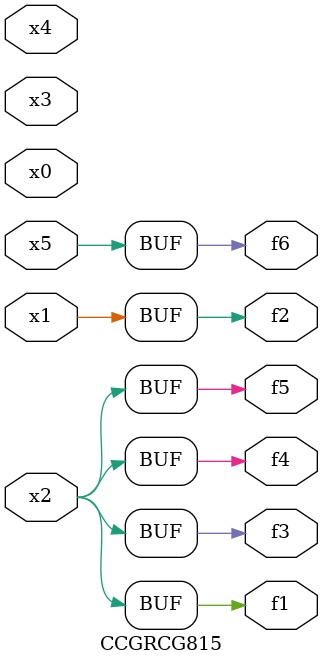
<source format=v>
module CCGRCG815(
	input x0, x1, x2, x3, x4, x5,
	output f1, f2, f3, f4, f5, f6
);
	assign f1 = x2;
	assign f2 = x1;
	assign f3 = x2;
	assign f4 = x2;
	assign f5 = x2;
	assign f6 = x5;
endmodule

</source>
